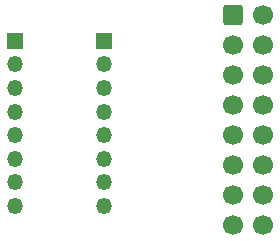
<source format=gbr>
%TF.GenerationSoftware,KiCad,Pcbnew,8.0.0*%
%TF.CreationDate,2024-03-25T14:49:14-05:00*%
%TF.ProjectId,ICD_2x8_16P_ breadboard_breakout,4943445f-3278-4385-9f31-36505f206272,rev?*%
%TF.SameCoordinates,Original*%
%TF.FileFunction,Soldermask,Top*%
%TF.FilePolarity,Negative*%
%FSLAX46Y46*%
G04 Gerber Fmt 4.6, Leading zero omitted, Abs format (unit mm)*
G04 Created by KiCad (PCBNEW 8.0.0) date 2024-03-25 14:49:14*
%MOMM*%
%LPD*%
G01*
G04 APERTURE LIST*
G04 Aperture macros list*
%AMRoundRect*
0 Rectangle with rounded corners*
0 $1 Rounding radius*
0 $2 $3 $4 $5 $6 $7 $8 $9 X,Y pos of 4 corners*
0 Add a 4 corners polygon primitive as box body*
4,1,4,$2,$3,$4,$5,$6,$7,$8,$9,$2,$3,0*
0 Add four circle primitives for the rounded corners*
1,1,$1+$1,$2,$3*
1,1,$1+$1,$4,$5*
1,1,$1+$1,$6,$7*
1,1,$1+$1,$8,$9*
0 Add four rect primitives between the rounded corners*
20,1,$1+$1,$2,$3,$4,$5,0*
20,1,$1+$1,$4,$5,$6,$7,0*
20,1,$1+$1,$6,$7,$8,$9,0*
20,1,$1+$1,$8,$9,$2,$3,0*%
G04 Aperture macros list end*
%ADD10RoundRect,0.250000X-0.600000X-0.600000X0.600000X-0.600000X0.600000X0.600000X-0.600000X0.600000X0*%
%ADD11C,1.700000*%
%ADD12R,1.350000X1.350000*%
%ADD13O,1.350000X1.350000*%
G04 APERTURE END LIST*
D10*
%TO.C,J1*%
X103960000Y-60840000D03*
D11*
X106500000Y-60840000D03*
X103960000Y-63380000D03*
X106500000Y-63380000D03*
X103960000Y-65920000D03*
X106500000Y-65920000D03*
X103960000Y-68460000D03*
X106500000Y-68460000D03*
X103960000Y-71000000D03*
X106500000Y-71000000D03*
X103960000Y-73540000D03*
X106500000Y-73540000D03*
X103960000Y-76080000D03*
X106500000Y-76080000D03*
X103960000Y-78620000D03*
X106500000Y-78620000D03*
%TD*%
D12*
%TO.C,J2*%
X93000000Y-63000000D03*
D13*
X93000000Y-65000000D03*
X93000000Y-67000000D03*
X93000000Y-69000000D03*
X93000000Y-71000000D03*
X93000000Y-73000000D03*
X93000000Y-75000000D03*
X93000000Y-77000000D03*
%TD*%
D12*
%TO.C,J3*%
X85450000Y-63000000D03*
D13*
X85450000Y-65000000D03*
X85450000Y-67000000D03*
X85450000Y-69000000D03*
X85450000Y-71000000D03*
X85450000Y-73000000D03*
X85450000Y-75000000D03*
X85450000Y-77000000D03*
%TD*%
M02*

</source>
